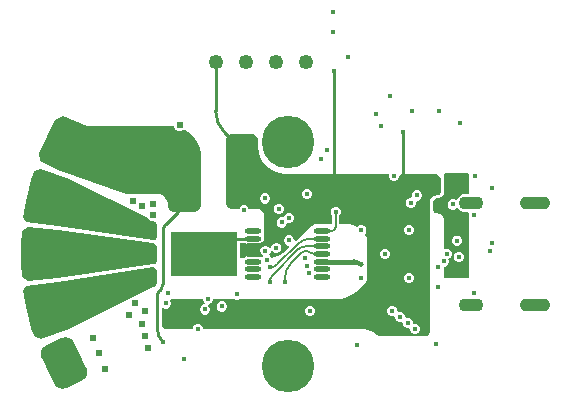
<source format=gbl>
G04*
G04 #@! TF.GenerationSoftware,Altium Limited,Altium Designer,21.5.1 (32)*
G04*
G04 Layer_Physical_Order=4*
G04 Layer_Color=16711680*
%FSLAX25Y25*%
%MOIN*%
G70*
G04*
G04 #@! TF.SameCoordinates,91061D10-DFF7-4326-B378-EF9DD97FDABD*
G04*
G04*
G04 #@! TF.FilePolarity,Positive*
G04*
G01*
G75*
%ADD13C,0.00800*%
%ADD14C,0.01000*%
G04:AMPARAMS|DCode=19|XSize=21.26mil|YSize=22.84mil|CornerRadius=5.32mil|HoleSize=0mil|Usage=FLASHONLY|Rotation=270.000|XOffset=0mil|YOffset=0mil|HoleType=Round|Shape=RoundedRectangle|*
%AMROUNDEDRECTD19*
21,1,0.02126,0.01221,0,0,270.0*
21,1,0.01063,0.02284,0,0,270.0*
1,1,0.01063,-0.00610,-0.00532*
1,1,0.01063,-0.00610,0.00532*
1,1,0.01063,0.00610,0.00532*
1,1,0.01063,0.00610,-0.00532*
%
%ADD19ROUNDEDRECTD19*%
G04:AMPARAMS|DCode=40|XSize=157.48mil|YSize=118.11mil|CornerRadius=29.53mil|HoleSize=0mil|Usage=FLASHONLY|Rotation=244.000|XOffset=0mil|YOffset=0mil|HoleType=Round|Shape=RoundedRectangle|*
%AMROUNDEDRECTD40*
21,1,0.15748,0.05906,0,0,244.0*
21,1,0.09843,0.11811,0,0,244.0*
1,1,0.05906,-0.04811,-0.03129*
1,1,0.05906,-0.00497,0.05718*
1,1,0.05906,0.04811,0.03129*
1,1,0.05906,0.00497,-0.05718*
%
%ADD40ROUNDEDRECTD40*%
G04:AMPARAMS|DCode=41|XSize=157.48mil|YSize=118.11mil|CornerRadius=29.53mil|HoleSize=0mil|Usage=FLASHONLY|Rotation=257.000|XOffset=0mil|YOffset=0mil|HoleType=Round|Shape=RoundedRectangle|*
%AMROUNDEDRECTD41*
21,1,0.15748,0.05906,0,0,257.0*
21,1,0.09843,0.11811,0,0,257.0*
1,1,0.05906,-0.03984,-0.04131*
1,1,0.05906,-0.01770,0.05459*
1,1,0.05906,0.03984,0.04131*
1,1,0.05906,0.01770,-0.05459*
%
%ADD41ROUNDEDRECTD41*%
G04:AMPARAMS|DCode=42|XSize=157.48mil|YSize=118.11mil|CornerRadius=29.53mil|HoleSize=0mil|Usage=FLASHONLY|Rotation=270.000|XOffset=0mil|YOffset=0mil|HoleType=Round|Shape=RoundedRectangle|*
%AMROUNDEDRECTD42*
21,1,0.15748,0.05906,0,0,270.0*
21,1,0.09843,0.11811,0,0,270.0*
1,1,0.05906,-0.02953,-0.04921*
1,1,0.05906,-0.02953,0.04921*
1,1,0.05906,0.02953,0.04921*
1,1,0.05906,0.02953,-0.04921*
%
%ADD42ROUNDEDRECTD42*%
G04:AMPARAMS|DCode=43|XSize=157.48mil|YSize=118.11mil|CornerRadius=29.53mil|HoleSize=0mil|Usage=FLASHONLY|Rotation=283.000|XOffset=0mil|YOffset=0mil|HoleType=Round|Shape=RoundedRectangle|*
%AMROUNDEDRECTD43*
21,1,0.15748,0.05906,0,0,283.0*
21,1,0.09843,0.11811,0,0,283.0*
1,1,0.05906,-0.01770,-0.05459*
1,1,0.05906,-0.03984,0.04131*
1,1,0.05906,0.01770,0.05459*
1,1,0.05906,0.03984,-0.04131*
%
%ADD43ROUNDEDRECTD43*%
G04:AMPARAMS|DCode=44|XSize=157.48mil|YSize=118.11mil|CornerRadius=29.53mil|HoleSize=0mil|Usage=FLASHONLY|Rotation=296.000|XOffset=0mil|YOffset=0mil|HoleType=Round|Shape=RoundedRectangle|*
%AMROUNDEDRECTD44*
21,1,0.15748,0.05906,0,0,296.0*
21,1,0.09843,0.11811,0,0,296.0*
1,1,0.05906,-0.00497,-0.05718*
1,1,0.05906,-0.04811,0.03129*
1,1,0.05906,0.00497,0.05718*
1,1,0.05906,0.04811,-0.03129*
%
%ADD44ROUNDEDRECTD44*%
G04:AMPARAMS|DCode=76|XSize=43.31mil|YSize=82.68mil|CornerRadius=21.65mil|HoleSize=0mil|Usage=FLASHONLY|Rotation=90.000|XOffset=0mil|YOffset=0mil|HoleType=Round|Shape=RoundedRectangle|*
%AMROUNDEDRECTD76*
21,1,0.04331,0.03937,0,0,90.0*
21,1,0.00000,0.08268,0,0,90.0*
1,1,0.04331,0.01968,0.00000*
1,1,0.04331,0.01968,0.00000*
1,1,0.04331,-0.01968,0.00000*
1,1,0.04331,-0.01968,0.00000*
%
%ADD76ROUNDEDRECTD76*%
G04:AMPARAMS|DCode=77|XSize=43.31mil|YSize=102.36mil|CornerRadius=21.65mil|HoleSize=0mil|Usage=FLASHONLY|Rotation=90.000|XOffset=0mil|YOffset=0mil|HoleType=Round|Shape=RoundedRectangle|*
%AMROUNDEDRECTD77*
21,1,0.04331,0.05906,0,0,90.0*
21,1,0.00000,0.10236,0,0,90.0*
1,1,0.04331,0.02953,0.00000*
1,1,0.04331,0.02953,0.00000*
1,1,0.04331,-0.02953,0.00000*
1,1,0.04331,-0.02953,0.00000*
%
%ADD77ROUNDEDRECTD77*%
%ADD86R,0.22441X0.14567*%
%ADD87C,0.04921*%
%ADD88C,0.17500*%
%ADD89C,0.01772*%
%ADD90C,0.02400*%
%ADD91C,0.00787*%
%ADD92C,0.01200*%
%ADD93C,0.01600*%
%ADD94O,0.05512X0.01772*%
G36*
X-10867Y39696D02*
X-10305Y39133D01*
X-10026Y38461D01*
X-10000Y38000D01*
Y38000D01*
X-10000D01*
X-10000Y38000D01*
X-10000Y36500D01*
X-9952Y35520D01*
X-9569Y33597D01*
X-8819Y31786D01*
X-7730Y30156D01*
X-6344Y28770D01*
X-4714Y27681D01*
X-2903Y26930D01*
X-980Y26548D01*
X-0Y26500D01*
X33704Y26500D01*
X33814Y26335D01*
Y25665D01*
X34071Y25045D01*
X34545Y24571D01*
X35165Y24314D01*
X35835D01*
X36455Y24571D01*
X36929Y25045D01*
X37186Y25665D01*
Y26000D01*
X37618Y26500D01*
X49000Y26500D01*
X49398Y26500D01*
X50133Y26196D01*
X50696Y25633D01*
X50974Y24961D01*
X51000Y24500D01*
Y24500D01*
X51000D01*
X51000Y24500D01*
X51000Y21000D01*
X51000Y20702D01*
X50772Y20150D01*
X50350Y19728D01*
X49959Y19566D01*
X49500Y19500D01*
X49500Y19500D01*
Y19500D01*
X49500Y19500D01*
X49110Y19462D01*
X49041Y19433D01*
X48389Y19163D01*
X47837Y18611D01*
X47538Y17890D01*
X47500Y17500D01*
Y-25500D01*
Y-25898D01*
X47196Y-26633D01*
X46633Y-27196D01*
X45898Y-27500D01*
X34999D01*
X34500Y-27499D01*
X34000Y-27499D01*
X31414Y-27500D01*
X31078Y-27500D01*
X30418Y-27369D01*
X29797Y-27112D01*
X29366Y-26824D01*
X29000Y-26500D01*
X29000Y-26500D01*
X29000Y-26500D01*
X28627Y-26163D01*
X27793Y-25605D01*
X26865Y-25221D01*
X25881Y-25025D01*
X25379Y-25000D01*
X25379Y-25000D01*
X25379Y-25000D01*
X-28314Y-25000D01*
Y-24665D01*
X-28571Y-24045D01*
X-29045Y-23571D01*
X-29665Y-23314D01*
X-30335D01*
X-30955Y-23571D01*
X-31429Y-24045D01*
X-31686Y-24665D01*
Y-25000D01*
X-40500D01*
X-40799Y-25000D01*
X-41350Y-24772D01*
X-41772Y-24350D01*
X-42000Y-23798D01*
X-42000Y-23500D01*
Y-18091D01*
X-41500Y-17884D01*
X-41455Y-17929D01*
X-40835Y-18186D01*
X-40165D01*
X-39545Y-17929D01*
X-39071Y-17455D01*
X-38814Y-16835D01*
Y-16165D01*
X-39071Y-15545D01*
X-39116Y-15500D01*
X-38909Y-15000D01*
X-28186D01*
Y-15335D01*
X-27929Y-15955D01*
X-27570Y-16314D01*
X-27733Y-16814D01*
X-27835D01*
X-28455Y-17071D01*
X-28929Y-17545D01*
X-29186Y-18165D01*
Y-18835D01*
X-28929Y-19455D01*
X-28455Y-19929D01*
X-27835Y-20186D01*
X-27165D01*
X-26545Y-19929D01*
X-26071Y-19455D01*
X-25814Y-18835D01*
Y-18165D01*
X-26071Y-17545D01*
X-26430Y-17186D01*
X-26267Y-16686D01*
X-26165D01*
X-25545Y-16429D01*
X-25071Y-15955D01*
X-24814Y-15335D01*
Y-15000D01*
X-17784D01*
X-17335Y-15186D01*
X-16665D01*
X-16216Y-15000D01*
X16358D01*
X17338Y-14952D01*
X19261Y-14570D01*
X21072Y-13819D01*
X22702Y-12730D01*
X23429Y-12071D01*
X23429Y-12071D01*
X25500Y-10000D01*
X25725Y-9752D01*
X26097Y-9195D01*
X26353Y-8577D01*
X26484Y-7920D01*
X26500Y-7586D01*
X26500Y-7586D01*
X26500Y4000D01*
X26477Y4473D01*
X26292Y5402D01*
X25930Y6276D01*
X25656Y6686D01*
X25972Y7002D01*
X26229Y7622D01*
Y8292D01*
X25972Y8912D01*
X25498Y9386D01*
X24878Y9643D01*
X24208D01*
X23588Y9386D01*
X23275Y9073D01*
X22793Y9395D01*
X21865Y9780D01*
X20881Y9975D01*
X20379Y10000D01*
X20379Y10000D01*
X20379Y10000D01*
X17223Y10000D01*
Y12839D01*
X17429Y13045D01*
X17686Y13665D01*
Y14335D01*
X17429Y14955D01*
X16955Y15429D01*
X16335Y15686D01*
X15665D01*
X15045Y15429D01*
X14571Y14955D01*
X14314Y14335D01*
Y13665D01*
X14571Y13045D01*
X14776Y12839D01*
Y10000D01*
X9500Y10000D01*
X9263Y9988D01*
X8799Y9896D01*
X8362Y9715D01*
X7968Y9452D01*
X7793Y9293D01*
X7793Y9293D01*
X7793Y9293D01*
X7446Y8946D01*
X3686Y5186D01*
X3580Y5130D01*
X2686Y4395D01*
X2186Y4632D01*
Y4835D01*
X1929Y5455D01*
X1455Y5929D01*
X835Y6186D01*
X165D01*
X-455Y5929D01*
X-929Y5455D01*
X-1186Y4835D01*
Y4165D01*
X-929Y3545D01*
X-455Y3071D01*
X165Y2814D01*
X377D01*
X584Y2314D01*
X-1462Y269D01*
X-2405Y-362D01*
X-4225Y-1116D01*
X-5441Y-1358D01*
X-5571Y-1045D01*
X-6045Y-571D01*
X-6075Y-17D01*
X-5966Y92D01*
X-5709Y711D01*
Y920D01*
X-5209Y1020D01*
X-5190Y972D01*
X-4715Y498D01*
X-4096Y242D01*
X-3425D01*
X-2805Y498D01*
X-2331Y972D01*
X-2075Y1592D01*
Y2263D01*
X-2331Y2882D01*
X-2805Y3357D01*
X-3425Y3613D01*
X-4096D01*
X-4715Y3357D01*
X-5190Y2882D01*
X-5446Y2263D01*
Y2054D01*
X-5946Y1954D01*
X-5966Y2002D01*
X-6440Y2476D01*
X-7060Y2733D01*
X-7730D01*
X-8350Y2476D01*
X-8824Y2002D01*
X-9081Y1382D01*
Y711D01*
X-8824Y92D01*
X-8350Y-382D01*
X-8320Y-936D01*
X-8429Y-1045D01*
X-8805Y-1159D01*
X-9086Y-971D01*
X-9744Y-840D01*
X-13484D01*
X-14142Y-971D01*
X-14700Y-1344D01*
X-14804Y-1500D01*
X-15699D01*
X-15980Y-1384D01*
Y3793D01*
X-14535D01*
X-14142Y3530D01*
X-13484Y3399D01*
X-9744D01*
X-9086Y3530D01*
X-8529Y3903D01*
X-8156Y4460D01*
X-8151Y4487D01*
X-8019Y4805D01*
X-8000Y5000D01*
Y13000D01*
X-8038Y13390D01*
X-8337Y14111D01*
X-8889Y14663D01*
X-9610Y14962D01*
X-10000Y15000D01*
X-12882D01*
X-13071Y15455D01*
X-13545Y15929D01*
X-14165Y16186D01*
X-14835D01*
X-15455Y15929D01*
X-15929Y15455D01*
X-16118Y15000D01*
X-18898D01*
X-19633Y15304D01*
X-20196Y15867D01*
X-20500Y16602D01*
Y17000D01*
Y38000D01*
X-20500Y38398D01*
X-20196Y39133D01*
X-19633Y39696D01*
X-18898Y40000D01*
X-18500Y40000D01*
X-18500Y40000D01*
X-12000Y40000D01*
X-11602Y40000D01*
X-10867Y39696D01*
D02*
G37*
G36*
X59500Y27000D02*
X59500Y27000D01*
X59500D01*
X59956Y26894D01*
X60066Y26848D01*
X60348Y26566D01*
X60500Y26199D01*
X60500Y26000D01*
Y19999D01*
X59303D01*
X58529Y19897D01*
X57808Y19598D01*
X57188Y19123D01*
X56713Y18503D01*
X56530Y18061D01*
X55955Y17929D01*
X55335Y18186D01*
X54665D01*
X54045Y17929D01*
X53571Y17455D01*
X53314Y16835D01*
Y16165D01*
X53571Y15545D01*
X54045Y15071D01*
X54665Y14814D01*
X55335D01*
X55955Y15071D01*
X56238Y15353D01*
X56320Y15381D01*
X56819Y15343D01*
X56859Y15322D01*
X57188Y14893D01*
X57808Y14418D01*
X58529Y14119D01*
X59303Y14017D01*
X60080D01*
X60389Y13517D01*
X60314Y13335D01*
Y12665D01*
X60500Y12216D01*
X60500Y-7199D01*
X60348Y-7566D01*
X60066Y-7848D01*
X59699Y-8000D01*
X53000D01*
X52801Y-8000D01*
X52434Y-7848D01*
X52152Y-7566D01*
X52000Y-7199D01*
X52000Y-7000D01*
Y-4186D01*
X52335D01*
X52955Y-3929D01*
X53429Y-3455D01*
X53686Y-2835D01*
Y-2165D01*
X53465Y-1632D01*
X53955Y-1429D01*
X54429Y-955D01*
X54686Y-335D01*
Y335D01*
X54429Y955D01*
X53955Y1429D01*
X53335Y1686D01*
X52665D01*
X52500Y1618D01*
X52000Y1952D01*
X52000Y11500D01*
X52000D01*
X52000Y11500D01*
X52000Y11500D01*
X51962Y11890D01*
X51933Y11958D01*
X51663Y12611D01*
X51111Y13163D01*
X50464Y13431D01*
X50390Y13462D01*
X50000Y13500D01*
X49536Y13569D01*
X49150Y13728D01*
X48728Y14150D01*
X48500Y14702D01*
X48500Y16528D01*
X48500Y17000D01*
D01*
X48580Y17491D01*
X48728Y17850D01*
X49150Y18272D01*
X49702Y18500D01*
X50000D01*
Y18500D01*
X50390Y18538D01*
X51111Y18837D01*
X51663Y19389D01*
X51962Y20110D01*
X52000Y20500D01*
X52000Y26000D01*
X52000Y26000D01*
X52108Y26455D01*
X52153Y26566D01*
X52434Y26847D01*
X52801Y26999D01*
X53000Y27000D01*
X59500Y27000D01*
X59500Y27000D01*
D02*
G37*
G36*
X-67000Y42500D02*
X-39000Y42500D01*
X-38015Y42500D01*
X-37990Y42495D01*
X-37696Y41784D01*
X-37133Y41221D01*
X-36398Y40916D01*
X-35602D01*
X-34867Y41221D01*
X-34591Y41497D01*
X-34263Y41362D01*
X-32625Y40268D01*
X-31233Y38875D01*
X-30138Y37237D01*
X-29384Y35417D01*
X-29000Y33485D01*
X-29000Y32500D01*
X-29000D01*
X-29000Y32500D01*
X-29000Y16500D01*
Y16003D01*
X-29381Y15084D01*
X-30084Y14381D01*
X-31003Y14000D01*
X-31500D01*
Y14000D01*
X-37500D01*
X-37997Y14000D01*
X-38916Y14380D01*
X-39619Y15083D01*
X-40000Y16002D01*
X-40000Y16499D01*
X-40000Y16586D01*
X-40016Y16920D01*
X-40147Y17577D01*
X-40403Y18195D01*
X-40775Y18752D01*
X-41000Y19000D01*
X-41248Y19225D01*
X-41805Y19597D01*
X-42423Y19853D01*
X-42925Y19953D01*
X-42954Y19959D01*
X-42954Y19959D01*
X-43080Y19984D01*
X-43414Y20000D01*
X-43414Y20000D01*
X-43414Y20000D01*
X-43905Y20000D01*
X-54000D01*
X-76500Y28000D01*
X-82500Y31000D01*
X-83000Y33500D01*
X-77500Y44500D01*
X-75000Y46000D01*
X-67000Y42500D01*
D02*
G37*
G36*
X-72805Y25069D02*
X-46677Y11849D01*
X-46133Y11304D01*
X-45398Y11000D01*
X-44702D01*
X-44150Y10772D01*
X-43728Y10350D01*
X-43500Y9798D01*
Y9500D01*
Y6000D01*
Y5702D01*
X-43728Y5150D01*
X-44150Y4728D01*
X-44702Y4500D01*
X-45000D01*
X-76426Y9384D01*
X-87344Y10724D01*
X-88134Y12386D01*
X-84644Y27503D01*
X-82260Y28324D01*
X-72805Y25069D01*
D02*
G37*
G36*
X-76578Y8049D02*
X-45000Y3500D01*
X-44702D01*
X-44150Y3272D01*
X-43728Y2850D01*
X-43500Y2298D01*
Y2000D01*
Y-2000D01*
Y-2298D01*
X-43728Y-2850D01*
X-44150Y-3272D01*
X-44702Y-3500D01*
X-45000D01*
X-76578Y-8049D01*
X-86523Y-9094D01*
X-88661Y-7757D01*
Y7757D01*
X-86523Y9094D01*
X-76578Y8049D01*
D02*
G37*
G36*
X-44150Y-4728D02*
X-43728Y-5150D01*
X-43500Y-5702D01*
Y-6000D01*
Y-9500D01*
Y-9798D01*
X-43728Y-10350D01*
X-44150Y-10772D01*
X-44702Y-11000D01*
X-45000D01*
X-72805Y-25069D01*
X-82260Y-28324D01*
X-84644Y-27503D01*
X-88134Y-12386D01*
X-87344Y-10724D01*
X-76426Y-9384D01*
X-45000Y-4500D01*
X-44702D01*
X-44150Y-4728D01*
D02*
G37*
%LPC*%
G36*
X6835Y21686D02*
X6165D01*
X5545Y21429D01*
X5071Y20955D01*
X4814Y20335D01*
Y19665D01*
X5071Y19045D01*
X5545Y18571D01*
X6165Y18314D01*
X6835D01*
X7455Y18571D01*
X7929Y19045D01*
X8186Y19665D01*
Y20335D01*
X7929Y20955D01*
X7455Y21429D01*
X6835Y21686D01*
D02*
G37*
G36*
X-7165Y20186D02*
X-7835D01*
X-8455Y19929D01*
X-8929Y19455D01*
X-9186Y18835D01*
Y18165D01*
X-8929Y17545D01*
X-8455Y17071D01*
X-7835Y16814D01*
X-7165D01*
X-6545Y17071D01*
X-6071Y17545D01*
X-5814Y18165D01*
Y18835D01*
X-6071Y19455D01*
X-6545Y19929D01*
X-7165Y20186D01*
D02*
G37*
G36*
X43335Y21186D02*
X42665D01*
X42045Y20929D01*
X41571Y20455D01*
X41314Y19835D01*
Y19165D01*
X40971Y18686D01*
X40665D01*
X40045Y18429D01*
X39571Y17955D01*
X39314Y17335D01*
Y16665D01*
X39571Y16045D01*
X40045Y15571D01*
X40665Y15314D01*
X41335D01*
X41955Y15571D01*
X42429Y16045D01*
X42686Y16665D01*
Y17335D01*
X43029Y17814D01*
X43335D01*
X43955Y18071D01*
X44429Y18545D01*
X44686Y19165D01*
Y19835D01*
X44429Y20455D01*
X43955Y20929D01*
X43335Y21186D01*
D02*
G37*
G36*
X-2665Y16686D02*
X-3335D01*
X-3955Y16429D01*
X-4429Y15955D01*
X-4686Y15335D01*
Y14665D01*
X-4429Y14045D01*
X-3955Y13571D01*
X-3335Y13314D01*
X-2665D01*
X-2045Y13571D01*
X-1571Y14045D01*
X-1314Y14665D01*
Y15335D01*
X-1571Y15955D01*
X-2045Y16429D01*
X-2665Y16686D01*
D02*
G37*
G36*
X835Y13686D02*
X165D01*
X-455Y13429D01*
X-929Y12955D01*
X-1186Y12335D01*
X-1507Y12121D01*
X-1665Y12186D01*
X-2335D01*
X-2955Y11929D01*
X-3429Y11455D01*
X-3686Y10835D01*
Y10165D01*
X-3429Y9545D01*
X-2955Y9071D01*
X-2335Y8814D01*
X-1665D01*
X-1045Y9071D01*
X-571Y9545D01*
X-314Y10165D01*
X7Y10379D01*
X165Y10314D01*
X835D01*
X1455Y10571D01*
X1929Y11045D01*
X2186Y11665D01*
Y12335D01*
X1929Y12955D01*
X1455Y13429D01*
X835Y13686D01*
D02*
G37*
G36*
X40835Y9686D02*
X40165D01*
X39545Y9429D01*
X39071Y8955D01*
X38814Y8335D01*
Y7665D01*
X39071Y7045D01*
X39545Y6571D01*
X40165Y6314D01*
X40835D01*
X41455Y6571D01*
X41929Y7045D01*
X42186Y7665D01*
Y8335D01*
X41929Y8955D01*
X41455Y9429D01*
X40835Y9686D01*
D02*
G37*
G36*
X32835Y1686D02*
X32165D01*
X31545Y1429D01*
X31071Y955D01*
X30814Y335D01*
Y-335D01*
X31071Y-955D01*
X31545Y-1429D01*
X32165Y-1686D01*
X32835D01*
X33455Y-1429D01*
X33929Y-955D01*
X34186Y-335D01*
Y335D01*
X33929Y955D01*
X33455Y1429D01*
X32835Y1686D01*
D02*
G37*
G36*
X40835Y-6314D02*
X40165D01*
X39545Y-6571D01*
X39071Y-7045D01*
X38814Y-7665D01*
Y-8335D01*
X39071Y-8955D01*
X39545Y-9429D01*
X40165Y-9686D01*
X40835D01*
X41455Y-9429D01*
X41929Y-8955D01*
X42186Y-8335D01*
Y-7665D01*
X41929Y-7045D01*
X41455Y-6571D01*
X40835Y-6314D01*
D02*
G37*
G36*
X-21665Y-15814D02*
X-22335D01*
X-22955Y-16071D01*
X-23429Y-16545D01*
X-23686Y-17165D01*
Y-17835D01*
X-23429Y-18455D01*
X-22955Y-18929D01*
X-22335Y-19186D01*
X-21665D01*
X-21045Y-18929D01*
X-20571Y-18455D01*
X-20314Y-17835D01*
Y-17165D01*
X-20571Y-16545D01*
X-21045Y-16071D01*
X-21665Y-15814D01*
D02*
G37*
G36*
X7835Y-17314D02*
X7165D01*
X6545Y-17571D01*
X6071Y-18045D01*
X5814Y-18665D01*
Y-19335D01*
X6071Y-19955D01*
X6545Y-20429D01*
X7165Y-20686D01*
X7835D01*
X8455Y-20429D01*
X8929Y-19955D01*
X9186Y-19335D01*
Y-18665D01*
X8929Y-18045D01*
X8455Y-17571D01*
X7835Y-17314D01*
D02*
G37*
G36*
X35218Y-17355D02*
X34548D01*
X33928Y-17611D01*
X33454Y-18085D01*
X33197Y-18705D01*
Y-19376D01*
X33454Y-19995D01*
X33928Y-20470D01*
X34548Y-20726D01*
X35218D01*
X35314Y-20686D01*
X35814Y-21021D01*
Y-21335D01*
X36071Y-21955D01*
X36545Y-22429D01*
X37165Y-22686D01*
X37835D01*
X38314Y-23029D01*
Y-23335D01*
X38571Y-23955D01*
X39045Y-24429D01*
X39665Y-24686D01*
X40335D01*
X40814Y-25029D01*
Y-25335D01*
X41071Y-25955D01*
X41545Y-26429D01*
X42165Y-26686D01*
X42835D01*
X43455Y-26429D01*
X43929Y-25955D01*
X44186Y-25335D01*
Y-24665D01*
X43929Y-24045D01*
X43455Y-23571D01*
X42835Y-23314D01*
X42165D01*
X41686Y-22971D01*
Y-22665D01*
X41429Y-22045D01*
X40955Y-21571D01*
X40335Y-21314D01*
X39665D01*
X39186Y-20971D01*
Y-20665D01*
X38929Y-20045D01*
X38455Y-19571D01*
X37835Y-19314D01*
X37165D01*
X37069Y-19354D01*
X36569Y-19020D01*
Y-18705D01*
X36312Y-18085D01*
X35838Y-17611D01*
X35218Y-17355D01*
D02*
G37*
G36*
X56804Y6140D02*
X56133D01*
X55514Y5883D01*
X55040Y5409D01*
X54783Y4789D01*
Y4118D01*
X55040Y3499D01*
X55514Y3025D01*
X56133Y2768D01*
X56804D01*
X57424Y3025D01*
X57898Y3499D01*
X58155Y4118D01*
Y4789D01*
X57898Y5409D01*
X57424Y5883D01*
X56804Y6140D01*
D02*
G37*
G36*
X57335Y686D02*
X56665D01*
X56045Y429D01*
X55571Y-45D01*
X55314Y-665D01*
Y-1335D01*
X55571Y-1955D01*
X56045Y-2429D01*
X56665Y-2686D01*
X57335D01*
X57955Y-2429D01*
X58429Y-1955D01*
X58686Y-1335D01*
Y-665D01*
X58429Y-45D01*
X57955Y429D01*
X57335Y686D01*
D02*
G37*
%LPD*%
D13*
X-6000Y-4500D02*
G03*
X-3442Y-3442I-0J3621D01*
G01*
D02*
G03*
X-3439Y-3439I-2558J2563D01*
G01*
X7500Y500D02*
G03*
X8707Y0I1207J1207D01*
G01*
X7500Y500D02*
G03*
X6293Y1000I-1207J-1207D01*
G01*
X6057Y2559D02*
G03*
X3500Y1500I0J-3616D01*
G01*
X6000Y1000D02*
G03*
X4293Y293I0J-2414D01*
G01*
X3354Y3354D02*
G03*
X3353Y3353I4259J-4261D01*
G01*
X7614Y5118D02*
G03*
X3354Y3354I0J-6025D01*
G01*
X1460Y-2540D02*
G03*
X-1000Y-8479I5939J-5939D01*
G01*
X-4940Y-6940D02*
G03*
X-6000Y-9500I2562J-2560D01*
G01*
X14677Y7677D02*
G03*
X16000Y9000I0J1323D01*
G01*
X-3439Y-3439D02*
X3353Y3353D01*
X7614Y5118D02*
X11614D01*
X6057Y2559D02*
X11614D01*
X8707Y0D02*
X11614D01*
X6000Y1000D02*
X6293D01*
X-4940Y-6940D02*
X3500Y1500D01*
X1460Y-2540D02*
X4293Y293D01*
X-1000Y-9500D02*
Y-8479D01*
X11614Y7677D02*
X14677D01*
X16000Y9000D02*
Y14000D01*
D14*
X-42500Y-12000D02*
G03*
X-43500Y-14414I2414J-2414D01*
G01*
Y-24672D02*
G03*
X-41500Y-29500I6828J0D01*
G01*
X-42207Y-11707D02*
G03*
X-41500Y-10000I-1707J1707D01*
G01*
X-40442Y10058D02*
G03*
X-41500Y7500I2563J-2558D01*
G01*
X-36646Y13854D02*
G03*
X-36083Y15213I-1359J1359D01*
G01*
X-24000Y47642D02*
G03*
X-21071Y40571I10000J0D01*
G01*
X-17764Y5118D02*
X-11614D01*
X-17764Y2461D02*
Y5118D01*
X38500Y26500D02*
Y40500D01*
X15500Y26500D02*
Y61000D01*
X-43500Y-24672D02*
Y-14414D01*
X-42500Y-12000D02*
X-42207Y-11707D01*
X-41500Y-10000D02*
Y7500D01*
X-40442Y10058D02*
X-36646Y13854D01*
X-21071Y40571D02*
X-18500Y38000D01*
X-24000Y47642D02*
Y64000D01*
D19*
X-14965Y0D02*
D03*
X-18035D02*
D03*
D40*
X-74600Y36385D02*
D03*
D41*
X-80873Y18671D02*
D03*
D42*
X-83000Y0D02*
D03*
D43*
X-80873Y-18671D02*
D03*
D44*
X-74600Y-36385D02*
D03*
D76*
X61272Y-17008D02*
D03*
Y17008D02*
D03*
D77*
X82374Y-17008D02*
D03*
Y17008D02*
D03*
D86*
X-28000Y0D02*
D03*
D87*
X-24000Y64000D02*
D03*
X-14000D02*
D03*
X-4000D02*
D03*
X6000D02*
D03*
D88*
X0Y-37402D02*
D03*
Y37402D02*
D03*
D89*
X37500Y-21000D02*
D03*
X34883Y-19040D02*
D03*
X40000Y-23000D02*
D03*
X42500Y-25000D02*
D03*
X52000Y-2500D02*
D03*
X50000Y-4500D02*
D03*
X53000Y0D02*
D03*
X57000Y-1000D02*
D03*
X56469Y4454D02*
D03*
X56500Y8428D02*
D03*
X68000Y3500D02*
D03*
X67524Y904D02*
D03*
X34000Y52500D02*
D03*
X500Y12000D02*
D03*
X-2000Y10500D02*
D03*
X-7395Y1047D02*
D03*
X-7000Y-2000D02*
D03*
X-6000Y-4500D02*
D03*
X5866Y-1366D02*
D03*
X6376Y-4005D02*
D03*
X7000Y-6500D02*
D03*
X28000Y22000D02*
D03*
X62000Y-13000D02*
D03*
Y13000D02*
D03*
X-3000Y15000D02*
D03*
X500Y4500D02*
D03*
X24500Y-3500D02*
D03*
X-6000Y-9500D02*
D03*
X-1000D02*
D03*
X55000Y16500D02*
D03*
X57000Y-6000D02*
D03*
X57500Y43500D02*
D03*
X43000Y19500D02*
D03*
X41000Y17000D02*
D03*
X29500Y46500D02*
D03*
X31000Y42500D02*
D03*
X20000Y65500D02*
D03*
X-40000Y-13000D02*
D03*
X-41500Y-29500D02*
D03*
X3500Y-18000D02*
D03*
X-40500Y-20000D02*
D03*
X16000Y14000D02*
D03*
X49500Y21000D02*
D03*
X25000Y-20000D02*
D03*
X-10500Y-23000D02*
D03*
X-17000Y-13500D02*
D03*
X7500Y-19000D02*
D03*
X50000Y-11000D02*
D03*
X-22000Y-17500D02*
D03*
X-3760Y1928D02*
D03*
X-27500Y-18500D02*
D03*
X-26500Y-15000D02*
D03*
X-40500Y-16500D02*
D03*
X-14500Y14500D02*
D03*
X-7500Y18500D02*
D03*
X6500Y20000D02*
D03*
X41500Y47500D02*
D03*
X50500D02*
D03*
X38500Y40500D02*
D03*
X15500Y61000D02*
D03*
X24543Y7957D02*
D03*
X40500Y8000D02*
D03*
X32500Y0D02*
D03*
X40500Y-8000D02*
D03*
X24500D02*
D03*
X49500Y-30000D02*
D03*
X-34500Y-35000D02*
D03*
X-30000Y-25000D02*
D03*
X11000Y31500D02*
D03*
X13000Y34500D02*
D03*
X15000Y74000D02*
D03*
X35500Y26000D02*
D03*
X15000Y80500D02*
D03*
X68000Y22000D02*
D03*
X62500Y26000D02*
D03*
X23000Y-30500D02*
D03*
D90*
X-45000Y-6000D02*
D03*
Y2000D02*
D03*
Y-2000D02*
D03*
Y6000D02*
D03*
Y9500D02*
D03*
X55000Y25500D02*
D03*
X59000D02*
D03*
X-12000Y38000D02*
D03*
X-37500Y21500D02*
D03*
X-45000Y-9500D02*
D03*
Y13000D02*
D03*
Y16500D02*
D03*
X-53000Y-20500D02*
D03*
X-47500Y-19000D02*
D03*
X-51000Y-16500D02*
D03*
X-48500Y-23500D02*
D03*
X-47500Y-27500D02*
D03*
X-46500Y-31500D02*
D03*
X-65000Y-28000D02*
D03*
X-63000Y-33000D02*
D03*
X-61000Y-38500D02*
D03*
X-50500Y39500D02*
D03*
X-60500Y40000D02*
D03*
X-64000Y31500D02*
D03*
X-37500Y25000D02*
D03*
Y28500D02*
D03*
X-46000Y30500D02*
D03*
X-46500Y36000D02*
D03*
X-62000Y35500D02*
D03*
X-65500Y27000D02*
D03*
X-47500Y26500D02*
D03*
X-48500Y16000D02*
D03*
X-51500Y17500D02*
D03*
X-36000Y42917D02*
D03*
Y32083D02*
D03*
X-18500Y38000D02*
D03*
D91*
X-17764Y2461D02*
D03*
X-33315D02*
D03*
X-28000D02*
D03*
X-22685D02*
D03*
Y6299D02*
D03*
X-28000D02*
D03*
X-33315D02*
D03*
X-38236Y-2461D02*
D03*
Y2461D02*
D03*
X-33315Y-2461D02*
D03*
X-28000D02*
D03*
X-22685D02*
D03*
X-17764D02*
D03*
X-22685Y-6299D02*
D03*
X-28000D02*
D03*
X-33315D02*
D03*
D92*
X-76326Y32846D02*
D03*
X-72874Y39923D02*
D03*
X-74600Y36385D02*
D03*
X-79864Y34572D02*
D03*
X-76413Y41649D02*
D03*
X-78139Y38111D02*
D03*
X-72787Y31120D02*
D03*
X-69336Y38197D02*
D03*
X-71061Y34659D02*
D03*
X-81758Y14835D02*
D03*
X-79987Y22507D02*
D03*
X-80873Y18671D02*
D03*
X-85594Y15721D02*
D03*
X-83823Y23393D02*
D03*
X-84709Y19557D02*
D03*
X-77922Y13949D02*
D03*
X-76151Y21621D02*
D03*
X-77037Y17785D02*
D03*
X-83000Y-3937D02*
D03*
Y3937D02*
D03*
Y0D02*
D03*
X-86937Y-3937D02*
D03*
Y3937D02*
D03*
Y0D02*
D03*
X-79063Y-3937D02*
D03*
Y3937D02*
D03*
Y0D02*
D03*
X-79987Y-22507D02*
D03*
X-81758Y-14835D02*
D03*
X-80873Y-18671D02*
D03*
X-83823Y-23393D02*
D03*
X-85594Y-15721D02*
D03*
X-84709Y-19557D02*
D03*
X-76151Y-21621D02*
D03*
X-77922Y-13949D02*
D03*
X-77037Y-17785D02*
D03*
X-72874Y-39923D02*
D03*
X-76326Y-32846D02*
D03*
X-74600Y-36385D02*
D03*
X-76413Y-41649D02*
D03*
X-79864Y-34572D02*
D03*
X-78139Y-38111D02*
D03*
X-69336Y-38197D02*
D03*
X-72787Y-31120D02*
D03*
X-71061Y-34659D02*
D03*
D93*
X24500Y-3500D02*
G03*
X22228Y-2559I-2272J-2272D01*
G01*
X11614D02*
X22228D01*
D94*
X11614Y7677D02*
D03*
Y5118D02*
D03*
Y2559D02*
D03*
Y0D02*
D03*
Y-2559D02*
D03*
Y-5118D02*
D03*
Y-7677D02*
D03*
X-11614Y7677D02*
D03*
Y5118D02*
D03*
Y2559D02*
D03*
Y0D02*
D03*
Y-2559D02*
D03*
Y-5118D02*
D03*
Y-7677D02*
D03*
M02*

</source>
